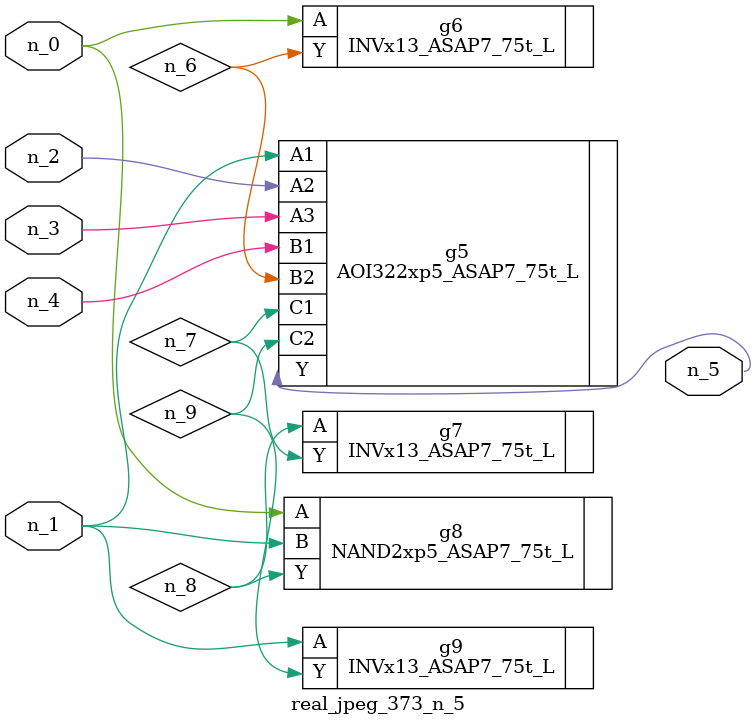
<source format=v>
module real_jpeg_373_n_5 (n_4, n_0, n_1, n_2, n_3, n_5);

input n_4;
input n_0;
input n_1;
input n_2;
input n_3;

output n_5;

wire n_8;
wire n_6;
wire n_7;
wire n_9;

INVx13_ASAP7_75t_L g6 ( 
.A(n_0),
.Y(n_6)
);

NAND2xp5_ASAP7_75t_L g8 ( 
.A(n_0),
.B(n_1),
.Y(n_8)
);

AOI322xp5_ASAP7_75t_L g5 ( 
.A1(n_1),
.A2(n_2),
.A3(n_3),
.B1(n_4),
.B2(n_6),
.C1(n_7),
.C2(n_9),
.Y(n_5)
);

INVx13_ASAP7_75t_L g9 ( 
.A(n_1),
.Y(n_9)
);

INVx13_ASAP7_75t_L g7 ( 
.A(n_8),
.Y(n_7)
);


endmodule
</source>
